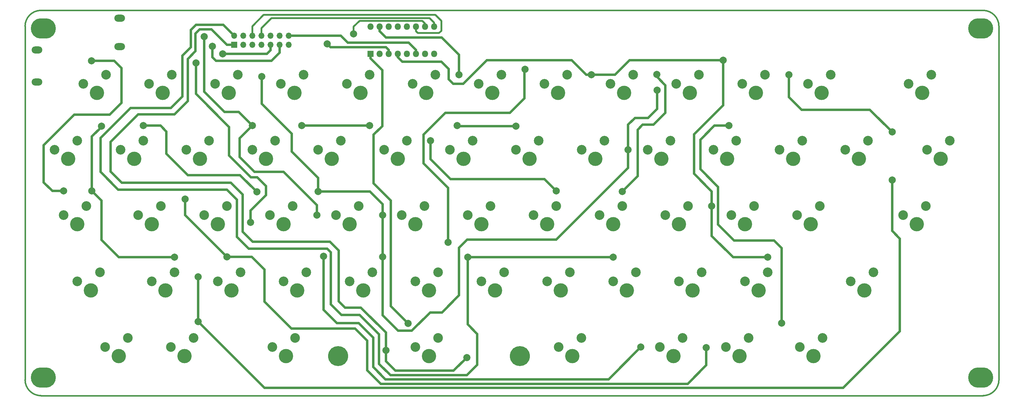
<source format=gtl>
G04 #@! TF.GenerationSoftware,KiCad,Pcbnew,(5.1.12)-1*
G04 #@! TF.CreationDate,2023-01-29T13:19:21+01:00*
G04 #@! TF.ProjectId,Keyboard,4b657962-6f61-4726-942e-6b696361645f,rev?*
G04 #@! TF.SameCoordinates,PX5baf6f8PY4eb9cf0*
G04 #@! TF.FileFunction,Copper,L1,Top*
G04 #@! TF.FilePolarity,Positive*
%FSLAX46Y46*%
G04 Gerber Fmt 4.6, Leading zero omitted, Abs format (unit mm)*
G04 Created by KiCad (PCBNEW (5.1.12)-1) date 2023-01-29 13:19:21*
%MOMM*%
%LPD*%
G01*
G04 APERTURE LIST*
G04 #@! TA.AperFunction,Profile*
%ADD10C,0.381000*%
G04 #@! TD*
G04 #@! TA.AperFunction,ComponentPad*
%ADD11O,3.000000X2.000000*%
G04 #@! TD*
G04 #@! TA.AperFunction,ComponentPad*
%ADD12C,2.700000*%
G04 #@! TD*
G04 #@! TA.AperFunction,WasherPad*
%ADD13C,4.000000*%
G04 #@! TD*
G04 #@! TA.AperFunction,ComponentPad*
%ADD14O,7.000000X5.600000*%
G04 #@! TD*
G04 #@! TA.AperFunction,ComponentPad*
%ADD15C,5.600000*%
G04 #@! TD*
G04 #@! TA.AperFunction,ComponentPad*
%ADD16O,1.700000X1.700000*%
G04 #@! TD*
G04 #@! TA.AperFunction,ComponentPad*
%ADD17R,1.700000X1.700000*%
G04 #@! TD*
G04 #@! TA.AperFunction,ComponentPad*
%ADD18O,1.800000X1.800000*%
G04 #@! TD*
G04 #@! TA.AperFunction,ComponentPad*
%ADD19R,1.800000X1.800000*%
G04 #@! TD*
G04 #@! TA.AperFunction,ViaPad*
%ADD20C,2.000000*%
G04 #@! TD*
G04 #@! TA.AperFunction,Conductor*
%ADD21C,0.700000*%
G04 #@! TD*
G04 #@! TA.AperFunction,Conductor*
%ADD22C,0.500000*%
G04 #@! TD*
G04 APERTURE END LIST*
D10*
X0Y-2540000D02*
G75*
G02*
X4445000Y1905000I4445000J0D01*
G01*
X4445000Y-105918000D02*
G75*
G02*
X0Y-101473000I0J4445000D01*
G01*
X0Y-101473000D02*
X0Y-2540000D01*
X267716000Y-105918000D02*
X4445000Y-105918000D01*
X272161000Y-101473000D02*
X272161000Y-2540000D01*
X4445000Y1905000D02*
X267716000Y1905000D01*
X272161000Y-101473000D02*
G75*
G02*
X267716000Y-105918000I-4445000J0D01*
G01*
X267716000Y1905000D02*
G75*
G02*
X272161000Y-2540000I0J-4445000D01*
G01*
D11*
X3302000Y-18161000D03*
X3302000Y-9144000D03*
X26416000Y-8255000D03*
X26416000Y-254000D03*
D12*
X155448000Y-89789000D03*
X149098000Y-92329000D03*
D13*
X152908000Y-94869000D03*
D12*
X75438000Y-89789000D03*
X69088000Y-92329000D03*
D13*
X72898000Y-94869000D03*
D14*
X5080000Y-100838000D03*
X267081000Y-100838000D03*
D12*
X115443000Y-89789000D03*
X109093000Y-92329000D03*
D13*
X112903000Y-94869000D03*
D15*
X138303000Y-94869000D03*
X87503000Y-94869000D03*
D16*
X73660000Y-5207000D03*
X73660000Y-7747000D03*
X71120000Y-5207000D03*
X71120000Y-7747000D03*
X68580000Y-5207000D03*
X68580000Y-7747000D03*
X66040000Y-5207000D03*
X66040000Y-7747000D03*
X63500000Y-5207000D03*
X63500000Y-7747000D03*
X60960000Y-5207000D03*
X60960000Y-7747000D03*
X58420000Y-5207000D03*
D17*
X58420000Y-7747000D03*
D14*
X267081000Y-3175000D03*
X5080000Y-3175000D03*
D12*
X253238000Y-16129000D03*
X246888000Y-18669000D03*
D13*
X250698000Y-21209000D03*
D12*
X222885000Y-89789000D03*
X216535000Y-92329000D03*
D13*
X220345000Y-94869000D03*
D12*
X20955000Y-71374000D03*
X14605000Y-73914000D03*
D13*
X18415000Y-76454000D03*
D12*
X17145000Y-52832000D03*
X10795000Y-55372000D03*
D13*
X14605000Y-57912000D03*
D12*
X237109000Y-71374000D03*
X230759000Y-73914000D03*
D13*
X234569000Y-76454000D03*
D12*
X251714000Y-52832000D03*
X245364000Y-55372000D03*
D13*
X249174000Y-57912000D03*
D12*
X222123000Y-52832000D03*
X215773000Y-55372000D03*
D13*
X219583000Y-57912000D03*
D12*
X258445000Y-34544000D03*
X252095000Y-37084000D03*
D13*
X255905000Y-39624000D03*
D12*
X225171000Y-16129000D03*
X218821000Y-18669000D03*
D13*
X222631000Y-21209000D03*
D12*
X51435000Y-34544000D03*
X45085000Y-37084000D03*
D13*
X48895000Y-39624000D03*
D12*
X217170000Y-34544000D03*
X210820000Y-37084000D03*
D13*
X214630000Y-39624000D03*
D12*
X202184000Y-89789000D03*
X195834000Y-92329000D03*
D13*
X199644000Y-94869000D03*
D12*
X78613000Y-71374000D03*
X72263000Y-73914000D03*
D13*
X76073000Y-76454000D03*
D12*
X74803000Y-52832000D03*
X68453000Y-55372000D03*
D13*
X72263000Y-57912000D03*
D12*
X59436000Y-16129000D03*
X53086000Y-18669000D03*
D13*
X56896000Y-21209000D03*
D12*
X56388000Y-52832000D03*
X50038000Y-55372000D03*
D13*
X53848000Y-57912000D03*
D12*
X235585000Y-34544000D03*
X229235000Y-37084000D03*
D13*
X233045000Y-39624000D03*
D12*
X47117000Y-89789000D03*
X40767000Y-92329000D03*
D13*
X44577000Y-94869000D03*
D12*
X41021000Y-16129000D03*
X34671000Y-18669000D03*
D13*
X38481000Y-21209000D03*
D12*
X33020000Y-34544000D03*
X26670000Y-37084000D03*
D13*
X30480000Y-39624000D03*
D12*
X60198000Y-71374000D03*
X53848000Y-73914000D03*
D13*
X57658000Y-76454000D03*
D12*
X37973000Y-52832000D03*
X31623000Y-55372000D03*
D13*
X35433000Y-57912000D03*
D12*
X28702000Y-89789000D03*
X22352000Y-92329000D03*
D13*
X26162000Y-94869000D03*
D12*
X41783000Y-71374000D03*
X35433000Y-73914000D03*
D13*
X39243000Y-76454000D03*
D12*
X14605000Y-34544000D03*
X8255000Y-37084000D03*
D13*
X12065000Y-39624000D03*
D12*
X22606000Y-16129000D03*
X16256000Y-18669000D03*
D13*
X20066000Y-21209000D03*
D12*
X207518000Y-71374000D03*
X201168000Y-73914000D03*
D13*
X204978000Y-76454000D03*
D12*
X69850000Y-34544000D03*
X63500000Y-37084000D03*
D13*
X67310000Y-39624000D03*
D12*
X198755000Y-34544000D03*
X192405000Y-37084000D03*
D13*
X196215000Y-39624000D03*
D12*
X183769000Y-89789000D03*
X177419000Y-92329000D03*
D13*
X181229000Y-94869000D03*
D12*
X206756000Y-16129000D03*
X200406000Y-18669000D03*
D13*
X204216000Y-21209000D03*
D12*
X77851000Y-16129000D03*
X71501000Y-18669000D03*
D13*
X75311000Y-21209000D03*
D12*
X93218000Y-52832000D03*
X86868000Y-55372000D03*
D13*
X90678000Y-57912000D03*
D12*
X97028000Y-71374000D03*
X90678000Y-73914000D03*
D13*
X94488000Y-76454000D03*
D12*
X111633000Y-52832000D03*
X105283000Y-55372000D03*
D13*
X109093000Y-57912000D03*
D12*
X188341000Y-16129000D03*
X181991000Y-18669000D03*
D13*
X185801000Y-21209000D03*
D12*
X180340000Y-34544000D03*
X173990000Y-37084000D03*
D13*
X177800000Y-39624000D03*
D12*
X189103000Y-71374000D03*
X182753000Y-73914000D03*
D13*
X186563000Y-76454000D03*
D12*
X203708000Y-52832000D03*
X197358000Y-55372000D03*
D13*
X201168000Y-57912000D03*
D12*
X115443000Y-71374000D03*
X109093000Y-73914000D03*
D13*
X112903000Y-76454000D03*
D12*
X88265000Y-34544000D03*
X81915000Y-37084000D03*
D13*
X85725000Y-39624000D03*
D12*
X96266000Y-16129000D03*
X89916000Y-18669000D03*
D13*
X93726000Y-21209000D03*
D12*
X185293000Y-52832000D03*
X178943000Y-55372000D03*
D13*
X182753000Y-57912000D03*
D12*
X130048000Y-52832000D03*
X123698000Y-55372000D03*
D13*
X127508000Y-57912000D03*
D12*
X161925000Y-34544000D03*
X155575000Y-37084000D03*
D13*
X159385000Y-39624000D03*
D12*
X170688000Y-71374000D03*
X164338000Y-73914000D03*
D13*
X168148000Y-76454000D03*
D12*
X169926000Y-16129000D03*
X163576000Y-18669000D03*
D13*
X167386000Y-21209000D03*
D12*
X114681000Y-16129000D03*
X108331000Y-18669000D03*
D13*
X112141000Y-21209000D03*
D12*
X106680000Y-34544000D03*
X100330000Y-37084000D03*
D13*
X104140000Y-39624000D03*
D12*
X133858000Y-71374000D03*
X127508000Y-73914000D03*
D13*
X131318000Y-76454000D03*
D12*
X125095000Y-34544000D03*
X118745000Y-37084000D03*
D13*
X122555000Y-39624000D03*
D12*
X151511000Y-16129000D03*
X145161000Y-18669000D03*
D13*
X148971000Y-21209000D03*
D12*
X143510000Y-34544000D03*
X137160000Y-37084000D03*
D13*
X140970000Y-39624000D03*
D12*
X166878000Y-52832000D03*
X160528000Y-55372000D03*
D13*
X164338000Y-57912000D03*
D12*
X152273000Y-71374000D03*
X145923000Y-73914000D03*
D13*
X149733000Y-76454000D03*
D12*
X148463000Y-52832000D03*
X142113000Y-55372000D03*
D13*
X145923000Y-57912000D03*
D12*
X133096000Y-16129000D03*
X126746000Y-18669000D03*
D13*
X130556000Y-21209000D03*
D18*
X96520000Y-2667000D03*
X114300000Y-10287000D03*
X99060000Y-2667000D03*
X111760000Y-10287000D03*
X101600000Y-2667000D03*
X109220000Y-10287000D03*
X104140000Y-2667000D03*
X106680000Y-10287000D03*
X106680000Y-2667000D03*
X104140000Y-10287000D03*
X109220000Y-2667000D03*
X101600000Y-10287000D03*
X111760000Y-2667000D03*
X99060000Y-10287000D03*
X114300000Y-2667000D03*
D19*
X96520000Y-10287000D03*
D20*
X62992000Y-57404000D03*
X47752000Y-12827000D03*
X139700000Y-14605000D03*
X118237000Y-62992000D03*
X33020000Y-30353000D03*
X113284000Y-34544000D03*
X148463000Y-48641000D03*
X64770000Y-48895000D03*
X21336000Y-30480000D03*
X41783000Y-67183000D03*
X121285000Y-16129000D03*
X18669000Y-48641000D03*
X213487000Y-16129000D03*
X242316000Y-32131000D03*
X176530000Y-16002000D03*
X166878000Y-48768000D03*
X107061000Y-85725000D03*
X207518000Y-67183000D03*
X191897000Y-52832000D03*
X195072000Y-12065000D03*
X158242000Y-16129000D03*
X96266000Y-30353000D03*
X77343000Y-30353000D03*
X84455000Y-7493000D03*
X91821000Y-4699000D03*
X120777000Y-30353000D03*
X137160000Y-30480000D03*
X123444000Y-95250000D03*
X100838000Y-93218000D03*
X123698000Y-67183000D03*
X164338000Y-67183000D03*
X176657000Y-20447000D03*
X168529000Y-37084000D03*
X81915000Y-48768000D03*
X99949000Y-67056000D03*
X66167000Y-16637000D03*
X99949000Y-55372000D03*
X81534000Y-55372000D03*
X63500000Y-30353000D03*
X172085000Y-92329000D03*
X196723000Y-30353000D03*
X211455000Y-85598000D03*
X50038000Y-5461000D03*
X83439000Y-66929000D03*
X52324000Y-8128000D03*
X10795000Y-48641000D03*
X18542000Y-12192000D03*
X48387000Y-72644000D03*
X48387000Y-85217000D03*
X242316000Y-45593000D03*
X55245000Y-10287000D03*
X56388000Y-67056000D03*
X190373000Y-92456000D03*
X44704000Y-50927000D03*
D21*
X67310000Y-49784000D02*
X62992000Y-54102000D01*
X67310000Y-47244000D02*
X67310000Y-49784000D01*
X64897000Y-44831000D02*
X67310000Y-47244000D01*
X63119000Y-44831000D02*
X64897000Y-44831000D01*
X57023000Y-38735000D02*
X63119000Y-44831000D01*
X57023000Y-30734000D02*
X57023000Y-38735000D01*
X47752000Y-21463000D02*
X57023000Y-30734000D01*
X62992000Y-54102000D02*
X62992000Y-57404000D01*
X47752000Y-12827000D02*
X47752000Y-21463000D01*
X118237000Y-47752000D02*
X118237000Y-62992000D01*
X111379000Y-40894000D02*
X118237000Y-47752000D01*
X111379000Y-32893000D02*
X111379000Y-40894000D01*
X117475000Y-26797000D02*
X111379000Y-32893000D01*
X135509000Y-26797000D02*
X117475000Y-26797000D01*
X139573000Y-22733000D02*
X135509000Y-26797000D01*
X139573000Y-14732000D02*
X139573000Y-22733000D01*
X139700000Y-14605000D02*
X139573000Y-14732000D01*
X113284000Y-34544000D02*
X113284000Y-39751000D01*
X113284000Y-39751000D02*
X118872000Y-45339000D01*
X145161000Y-45339000D02*
X148463000Y-48641000D01*
X118872000Y-45339000D02*
X145161000Y-45339000D01*
X37846000Y-30353000D02*
X33020000Y-30353000D01*
X39497000Y-32004000D02*
X37846000Y-30353000D01*
X39497000Y-38227000D02*
X39497000Y-32004000D01*
X60071000Y-44196000D02*
X45466000Y-44196000D01*
X45466000Y-44196000D02*
X39497000Y-38227000D01*
X64770000Y-48895000D02*
X60071000Y-44196000D01*
X99060000Y-2667000D02*
X99060000Y-3937000D01*
X99060000Y-3937000D02*
X100838000Y-5715000D01*
X100838000Y-5715000D02*
X116459000Y-5715000D01*
X121285000Y-10541000D02*
X121285000Y-16129000D01*
X116459000Y-5715000D02*
X121285000Y-10541000D01*
X26162000Y-67183000D02*
X41783000Y-67183000D01*
X21336000Y-62357000D02*
X26162000Y-67183000D01*
X21336000Y-51308000D02*
X21336000Y-62357000D01*
X18669000Y-48641000D02*
X21336000Y-51308000D01*
X21336000Y-30480000D02*
X21336000Y-30734000D01*
X18669000Y-33401000D02*
X18669000Y-48641000D01*
X21336000Y-30734000D02*
X18669000Y-33401000D01*
X213487000Y-16129000D02*
X213487000Y-22352000D01*
X213487000Y-22352000D02*
X217043000Y-25908000D01*
X236093000Y-25908000D02*
X242316000Y-32131000D01*
X217043000Y-25908000D02*
X236093000Y-25908000D01*
X176530000Y-16002000D02*
X176530000Y-16637000D01*
X176530000Y-16637000D02*
X178943000Y-19050000D01*
X178943000Y-19050000D02*
X178943000Y-26797000D01*
X178943000Y-26797000D02*
X175641000Y-30099000D01*
X175641000Y-30099000D02*
X172593000Y-30099000D01*
X172593000Y-30099000D02*
X171196000Y-31496000D01*
X171196000Y-44450000D02*
X166878000Y-48768000D01*
X171196000Y-31496000D02*
X171196000Y-44450000D01*
X102235000Y-80899000D02*
X107061000Y-85725000D01*
X102235000Y-51308000D02*
X102235000Y-80899000D01*
X97409000Y-46482000D02*
X102235000Y-51308000D01*
X97409000Y-32893000D02*
X97409000Y-46482000D01*
X99822000Y-30480000D02*
X97409000Y-32893000D01*
X96520000Y-11557000D02*
X99822000Y-14859000D01*
X99822000Y-14859000D02*
X99822000Y-30480000D01*
X96520000Y-10287000D02*
X96520000Y-11557000D01*
X207518000Y-67183000D02*
X197866000Y-67183000D01*
X191897000Y-61214000D02*
X191897000Y-52832000D01*
X197866000Y-67183000D02*
X191897000Y-61214000D01*
X156845000Y-16129000D02*
X158242000Y-16129000D01*
X152781000Y-12065000D02*
X156845000Y-16129000D01*
X129032000Y-12065000D02*
X152781000Y-12065000D01*
X122428000Y-18669000D02*
X129032000Y-12065000D01*
X119634000Y-18669000D02*
X122428000Y-18669000D01*
X118364000Y-17399000D02*
X119634000Y-18669000D01*
X118364000Y-14478000D02*
X118364000Y-17399000D01*
X116332000Y-12446000D02*
X118364000Y-14478000D01*
X105410000Y-12446000D02*
X116332000Y-12446000D01*
X104140000Y-11176000D02*
X105410000Y-12446000D01*
X104140000Y-10287000D02*
X104140000Y-11176000D01*
X164846000Y-16129000D02*
X158242000Y-16129000D01*
X168910000Y-12065000D02*
X164846000Y-16129000D01*
X195072000Y-12065000D02*
X168910000Y-12065000D01*
X186944000Y-32766000D02*
X195072000Y-24638000D01*
X186944000Y-43815000D02*
X186944000Y-32766000D01*
X191897000Y-48768000D02*
X186944000Y-43815000D01*
X195072000Y-24638000D02*
X195072000Y-12065000D01*
X191897000Y-52832000D02*
X191897000Y-48768000D01*
X77343000Y-30353000D02*
X96266000Y-30353000D01*
X109220000Y-9144000D02*
X109220000Y-10287000D01*
X107188000Y-7112000D02*
X109220000Y-9144000D01*
X90170000Y-7112000D02*
X107188000Y-7112000D01*
X88265000Y-5207000D02*
X90170000Y-7112000D01*
X73660000Y-5207000D02*
X88265000Y-5207000D01*
D22*
X63500000Y-5207000D02*
X63500000Y-2540000D01*
X63500000Y-2540000D02*
X66675000Y635000D01*
X66675000Y635000D02*
X114681000Y635000D01*
X114681000Y635000D02*
X116332000Y-1016000D01*
X116332000Y-1016000D02*
X116332000Y-3810000D01*
X116332000Y-3810000D02*
X115697000Y-4445000D01*
X115697000Y-4445000D02*
X109728000Y-4445000D01*
X109220000Y-3937000D02*
X109220000Y-2667000D01*
X109728000Y-4445000D02*
X109220000Y-3937000D01*
D21*
X84455000Y-7493000D02*
X85344000Y-8382000D01*
X85344000Y-8382000D02*
X100838000Y-8382000D01*
X101600000Y-9144000D02*
X101600000Y-10287000D01*
X100838000Y-8382000D02*
X101600000Y-9144000D01*
D22*
X111760000Y-2667000D02*
X111760000Y-1905000D01*
X111760000Y-1778000D02*
X111760000Y-2667000D01*
X91821000Y-2667000D02*
X93472000Y-1016000D01*
X110998000Y-1016000D02*
X111760000Y-1778000D01*
X93472000Y-1016000D02*
X110998000Y-1016000D01*
X91821000Y-4699000D02*
X91821000Y-2667000D01*
X114300000Y-1524000D02*
X114300000Y-2667000D01*
X113030000Y-254000D02*
X114300000Y-1524000D01*
X68834000Y-254000D02*
X113030000Y-254000D01*
X66040000Y-3048000D02*
X68834000Y-254000D01*
X66040000Y-5207000D02*
X66040000Y-3048000D01*
D21*
X120904000Y-30480000D02*
X137160000Y-30480000D01*
X120777000Y-30353000D02*
X120904000Y-30480000D01*
X52070000Y-3429000D02*
X56388000Y-7747000D01*
X48768000Y-3429000D02*
X52070000Y-3429000D01*
X47625000Y-4572000D02*
X48768000Y-3429000D01*
X47625000Y-9525000D02*
X47625000Y-4572000D01*
X45466000Y-11684000D02*
X47625000Y-9525000D01*
X45466000Y-23495000D02*
X45466000Y-11684000D01*
X41783000Y-27178000D02*
X45466000Y-23495000D01*
X31623000Y-27178000D02*
X41783000Y-27178000D01*
X23876000Y-34925000D02*
X31623000Y-27178000D01*
X23876000Y-43180000D02*
X23876000Y-34925000D01*
X27051000Y-46355000D02*
X23876000Y-43180000D01*
X56388000Y-7747000D02*
X58420000Y-7747000D01*
X57531000Y-46355000D02*
X27051000Y-46355000D01*
X123444000Y-95250000D02*
X119761000Y-98933000D01*
X119761000Y-98933000D02*
X103505000Y-98933000D01*
X103505000Y-98933000D02*
X100838000Y-96266000D01*
X100838000Y-88265000D02*
X93853000Y-81280000D01*
X93853000Y-81280000D02*
X89408000Y-81280000D01*
X89408000Y-81280000D02*
X87630000Y-79502000D01*
X87630000Y-79502000D02*
X87630000Y-65278000D01*
X87630000Y-65278000D02*
X85217000Y-62865000D01*
X85217000Y-62865000D02*
X63627000Y-62865000D01*
X63627000Y-62865000D02*
X60833000Y-60071000D01*
X60833000Y-49657000D02*
X57531000Y-46355000D01*
X60833000Y-60071000D02*
X60833000Y-49657000D01*
X100838000Y-96266000D02*
X100838000Y-93218000D01*
X100838000Y-93218000D02*
X100838000Y-88265000D01*
X123698000Y-67183000D02*
X164338000Y-67183000D01*
X27559000Y-48260000D02*
X37973000Y-48260000D01*
X26035000Y-48260000D02*
X27559000Y-48260000D01*
X21082000Y-43307000D02*
X26035000Y-48260000D01*
X21082000Y-33782000D02*
X21082000Y-43307000D01*
X29464000Y-25400000D02*
X21082000Y-33782000D01*
X40767000Y-25400000D02*
X29464000Y-25400000D01*
X44005500Y-22161500D02*
X40767000Y-25400000D01*
X44005500Y-10731500D02*
X44005500Y-22161500D01*
X46355000Y-8382000D02*
X44005500Y-10731500D01*
X47752000Y-2159000D02*
X46355000Y-3556000D01*
X46355000Y-3556000D02*
X46355000Y-8382000D01*
X55372000Y-2159000D02*
X47752000Y-2159000D01*
X58420000Y-5207000D02*
X55372000Y-2159000D01*
X56388000Y-48260000D02*
X27559000Y-48260000D01*
X59182000Y-51054000D02*
X56388000Y-48260000D01*
X59182000Y-61468000D02*
X59182000Y-51054000D01*
X123698000Y-67183000D02*
X123698000Y-85979000D01*
X62484000Y-64770000D02*
X59182000Y-61468000D01*
X123698000Y-85979000D02*
X126365000Y-88646000D01*
X123444000Y-100203000D02*
X102108000Y-100203000D01*
X85471000Y-65786000D02*
X84455000Y-64770000D01*
X126365000Y-88646000D02*
X126365000Y-97282000D01*
X93472000Y-83312000D02*
X88392000Y-83312000D01*
X126365000Y-97282000D02*
X123444000Y-100203000D01*
X85471000Y-80391000D02*
X85471000Y-65786000D01*
X102108000Y-100203000D02*
X98933000Y-97028000D01*
X84455000Y-64770000D02*
X62484000Y-64770000D01*
X98933000Y-97028000D02*
X98933000Y-88773000D01*
X98933000Y-88773000D02*
X93472000Y-83312000D01*
X88392000Y-83312000D02*
X85471000Y-80391000D01*
X168529000Y-30099000D02*
X168529000Y-37084000D01*
X170434000Y-28194000D02*
X168529000Y-30099000D01*
X174117000Y-28194000D02*
X170434000Y-28194000D01*
X176657000Y-25654000D02*
X174117000Y-28194000D01*
X176657000Y-20447000D02*
X176657000Y-25654000D01*
X81915000Y-48768000D02*
X96393000Y-48768000D01*
X96393000Y-48768000D02*
X99949000Y-52324000D01*
X99949000Y-83439000D02*
X99949000Y-67056000D01*
X104267000Y-87757000D02*
X99949000Y-83439000D01*
X121285000Y-64516000D02*
X121285000Y-77851000D01*
X123571000Y-62230000D02*
X121285000Y-64516000D01*
X148463000Y-62230000D02*
X123571000Y-62230000D01*
X168529000Y-42164000D02*
X148463000Y-62230000D01*
X168529000Y-37084000D02*
X168529000Y-42164000D01*
X104267000Y-87757000D02*
X108077000Y-87757000D01*
X113220500Y-82613500D02*
X116522500Y-82613500D01*
X108077000Y-87757000D02*
X113220500Y-82613500D01*
X121285000Y-77851000D02*
X116522500Y-82613500D01*
X81915000Y-44958000D02*
X81915000Y-48768000D01*
X74549000Y-37592000D02*
X81915000Y-44958000D01*
X74549000Y-32639000D02*
X74549000Y-37592000D01*
X66167000Y-24257000D02*
X74549000Y-32639000D01*
X66167000Y-16637000D02*
X66167000Y-24257000D01*
X99949000Y-55372000D02*
X99949000Y-67056000D01*
X99949000Y-52324000D02*
X99949000Y-55372000D01*
X59690000Y-26543000D02*
X63500000Y-30353000D01*
X55753000Y-26543000D02*
X59690000Y-26543000D01*
X50038000Y-20828000D02*
X55753000Y-26543000D01*
X50038000Y-5461000D02*
X50038000Y-20828000D01*
X59944000Y-33909000D02*
X63500000Y-30353000D01*
X59944000Y-39116000D02*
X59944000Y-33909000D01*
X64135000Y-43307000D02*
X59944000Y-39116000D01*
X72263000Y-43307000D02*
X64135000Y-43307000D01*
X81534000Y-52578000D02*
X72263000Y-43307000D01*
X81534000Y-55372000D02*
X81534000Y-52578000D01*
X100711000Y-101346000D02*
X163068000Y-101346000D01*
X97282000Y-97917000D02*
X100711000Y-101346000D01*
X97282000Y-89662000D02*
X97282000Y-97917000D01*
X93218000Y-85598000D02*
X97282000Y-89662000D01*
X87122000Y-85598000D02*
X93218000Y-85598000D01*
X163068000Y-101346000D02*
X172085000Y-92329000D01*
X83439000Y-81915000D02*
X87122000Y-85598000D01*
X83439000Y-66929000D02*
X83439000Y-81915000D01*
X211455000Y-64643000D02*
X211455000Y-85598000D01*
X209296000Y-62484000D02*
X211455000Y-64643000D01*
X198120000Y-62484000D02*
X209296000Y-62484000D01*
X193675000Y-58039000D02*
X198120000Y-62484000D01*
X193675000Y-47498000D02*
X193675000Y-58039000D01*
X188722000Y-42545000D02*
X193675000Y-47498000D01*
X188722000Y-34290000D02*
X188722000Y-42545000D01*
X192659000Y-30353000D02*
X188722000Y-34290000D01*
X196723000Y-30353000D02*
X192659000Y-30353000D01*
X52324000Y-11176000D02*
X52324000Y-8128000D01*
X53340000Y-12192000D02*
X52324000Y-11176000D01*
X68834000Y-12192000D02*
X53340000Y-12192000D01*
X71120000Y-9906000D02*
X68834000Y-12192000D01*
X71120000Y-7747000D02*
X71120000Y-9906000D01*
X24892000Y-12192000D02*
X18542000Y-12192000D01*
X26924000Y-14224000D02*
X24892000Y-12192000D01*
X26924000Y-24003000D02*
X26924000Y-14224000D01*
X23622000Y-27305000D02*
X26924000Y-24003000D01*
X13716000Y-27305000D02*
X23622000Y-27305000D01*
X5207000Y-35814000D02*
X13716000Y-27305000D01*
X5207000Y-46228000D02*
X5207000Y-35814000D01*
X7620000Y-48641000D02*
X5207000Y-46228000D01*
X10795000Y-48641000D02*
X7620000Y-48641000D01*
X48387000Y-72644000D02*
X48387000Y-85217000D01*
X242316000Y-45593000D02*
X242316000Y-59817000D01*
X242316000Y-59817000D02*
X244475000Y-61976000D01*
X244475000Y-61976000D02*
X244475000Y-87884000D01*
X244475000Y-87884000D02*
X228600000Y-103759000D01*
X66929000Y-103759000D02*
X48387000Y-85217000D01*
X228600000Y-103759000D02*
X66929000Y-103759000D01*
X55245000Y-10287000D02*
X67564000Y-10287000D01*
X68580000Y-9271000D02*
X68580000Y-7747000D01*
X67564000Y-10287000D02*
X68580000Y-9271000D01*
X44704000Y-55372000D02*
X56388000Y-67056000D01*
X44704000Y-50927000D02*
X44704000Y-55372000D01*
X190373000Y-97409000D02*
X190373000Y-92456000D01*
X185166000Y-102616000D02*
X190373000Y-97409000D01*
X99441000Y-102616000D02*
X185166000Y-102616000D01*
X95631000Y-98806000D02*
X99441000Y-102616000D01*
X95631000Y-90551000D02*
X95631000Y-98806000D01*
X92202000Y-87122000D02*
X95631000Y-90551000D01*
X74422000Y-87122000D02*
X92202000Y-87122000D01*
X66929000Y-79629000D02*
X74422000Y-87122000D01*
X66929000Y-70612000D02*
X66929000Y-79629000D01*
X63373000Y-67056000D02*
X66929000Y-70612000D01*
X56388000Y-67056000D02*
X63373000Y-67056000D01*
M02*

</source>
